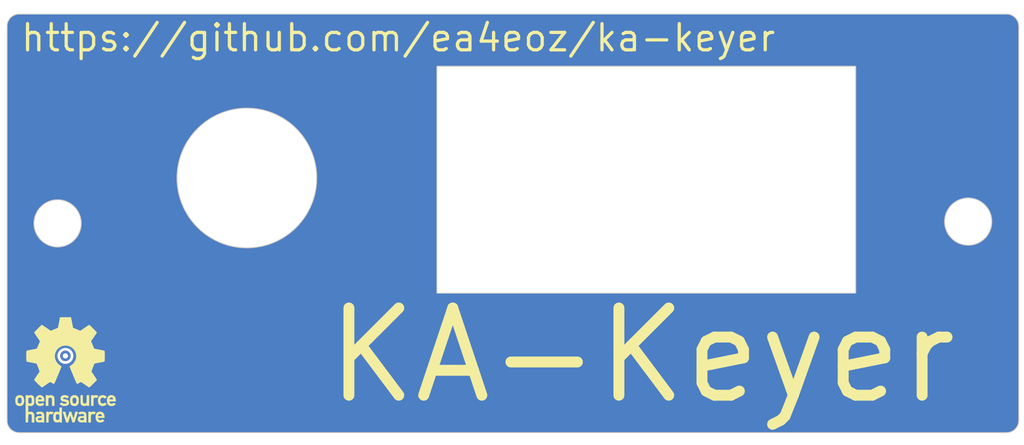
<source format=kicad_pcb>
(kicad_pcb (version 20241229) (generator "pcbnew") (generator_version "9.0")
  (layers (0 "F.Cu" signal) (2 "B.Cu" signal) (13 "F.Paste" user) (15 "B.Paste" user) (5 "F.SilkS" user "F.Silkscreen") (7 "B.SilkS" user "B.Silkscreen") (1 "F.Mask" user) (3 "B.Mask" user) (25 "Edge.Cuts" user))
  (net 0 "")
  (footprint "Symbol:OSHW-Logo_5.7x6mm_SilkScreen" (layer "F.Cu") (at 122.85 113.4)
    (property "Reference" "REF**" (hide yes))
    (property "Value" "OSHW-Logo_5.7x6mm_SilkScreen" (hide yes))
    (fp_poly (pts (xy 1.79946 1.45803) (xy 1.842711 1.471245) (xy 1.870558 1.487941) (xy 1.879629 1.501145) (xy 1.877132 1.516797) (xy 1.860931 1.541385) (xy 1.847232 1.5588) (xy 1.818992 1.590283) (xy 1.797775 1.603529) (xy 1.779688 1.602664) (xy 1.726035 1.58901) (xy 1.68663 1.58963) (xy 1.654632 1.605104) (xy 1.64389 1.614161) (xy 1.609505 1.646027) (xy 1.609505 2.062179) (xy 1.471188 2.062179) (xy 1.471188 1.458614) (xy 1.540347 1.458614) (xy 1.581869 1.460256) (xy 1.603291 1.466087) (xy 1.609502 1.477461) (xy 1.609505 1.477798) (xy 1.612439 1.489713) (xy 1.625704 1.488159) (xy 1.644084 1.479563) (xy 1.682046 1.463568) (xy 1.712872 1.453945) (xy 1.752536 1.451478) (xy 1.79946 1.45803)) (stroke (width 0.01)) (fill yes) (layer "F.SilkS"))
    (fp_poly (pts (xy 1.635255 2.401486) (xy 1.683595 2.411015) (xy 1.711114 2.425125) (xy 1.740064 2.448568) (xy 1.698876 2.500571) (xy 1.673482 2.532064) (xy 1.656238 2.547428) (xy 1.639102 2.549776) (xy 1.614027 2.542217) (xy 1.602257 2.537941) (xy 1.55427 2.531631) (xy 1.510324 2.545156) (xy 1.47806 2.57571) (xy 1.472819 2.585452) (xy 1.467112 2.611258) (xy 1.462706 2.658817) (xy 1.459811 2.724758) (xy 1.458631 2.80571) (xy 1.458614 2.817226) (xy 1.458614 3.017822) (xy 1.320297 3.017822) (xy 1.320297 2.401683) (xy 1.389456 2.401683) (xy 1.429333 2.402725) (xy 1.450107 2.407358) (xy 1.457789 2.417849) (xy 1.458614 2.427745) (xy 1.458614 2.453806) (xy 1.491745 2.427745) (xy 1.529735 2.409965) (xy 1.58077 2.401174) (xy 1.635255 2.401486)) (stroke (width 0.01)) (fill yes) (layer "F.SilkS"))
    (fp_poly (pts (xy -0.993356 2.40302) (xy -0.974539 2.40866) (xy -0.968473 2.421053) (xy -0.968218 2.426647) (xy -0.967129 2.44223) (xy -0.959632 2.444676) (xy -0.939381 2.433993) (xy -0.927351 2.426694) (xy -0.8894 2.411063) (xy -0.844072 2.403334) (xy -0.796544 2.40274) (xy -0.751995 2.408513) (xy -0.715602 2.419884) (xy -0.692543 2.436088) (xy -0.687996 2.456355) (xy -0.690291 2.461843) (xy -0.70702 2.484626) (xy -0.732963 2.512647) (xy -0.737655 2.517177) (xy -0.762383 2.538005) (xy -0.783718 2.544735) (xy -0.813555 2.540038) (xy -0.825508 2.536917) (xy -0.862705 2.529421) (xy -0.888859 2.532792) (xy -0.910946 2.544681) (xy -0.931178 2.560635) (xy -0.946079 2.5807) (xy -0.956434 2.608702) (xy -0.963029 2.648467) (xy -0.966649 2.703823) (xy -0.968078 2.778594) (xy -0.968218 2.82374) (xy -0.968218 3.017822) (xy -1.09396 3.017822) (xy -1.09396 2.401683) (xy -1.031089 2.401683) (xy -0.993356 2.40302)) (stroke (width 0.01)) (fill yes) (layer "F.SilkS"))
    (fp_poly (pts (xy 0.993367 1.654342) (xy 0.994555 1.746563) (xy 0.998897 1.81661) (xy 1.007558 1.867381) (xy 1.021704 1.901772) (xy 1.0425 1.922679) (xy 1.07111 1.933) (xy 1.106535 1.935636) (xy 1.143636 1.932682) (xy 1.171818 1.921889) (xy 1.192243 1.90036) (xy 1.206079 1.865199) (xy 1.214491 1.81351) (xy 1.218643 1.742394) (xy 1.219703 1.654342) (xy 1.219703 1.458614) (xy 1.35802 1.458614) (xy 1.35802 2.062179) (xy 1.288862 2.062179) (xy 1.24717 2.060489) (xy 1.225701 2.054556) (xy 1.219703 2.043293) (xy 1.216091 2.033261) (xy 1.201714 2.035383) (xy 1.172736 2.04958) (xy 1.106319 2.07148) (xy 1.035875 2.069928) (xy 0.968377 2.046147) (xy 0.936233 2.027362) (xy 0.911715 2.007022) (xy 0.893804 1.981573) (xy 0.881479 1.947458) (xy 0.873723 1.901121) (xy 0.869516 1.839007) (xy 0.86784 1.757561) (xy 0.867624 1.694578) (xy 0.867624 1.458614) (xy 0.993367 1.458614) (xy 0.993367 1.654342)) (stroke (width 0.01)) (fill yes) (layer "F.SilkS"))
    (fp_poly (pts (xy -0.754012 1.469002) (xy -0.722717 1.48395) (xy -0.692409 1.505541) (xy -0.669318 1.530391) (xy -0.6525 1.562087) (xy -0.641006 1.604214) (xy -0.633891 1.660358) (xy -0.630207 1.734106) (xy -0.629008 1.829044) (xy -0.628989 1.838985) (xy -0.628713 2.062179) (xy -0.76703 2.062179) (xy -0.76703 1.856418) (xy -0.767128 1.780189) (xy -0.767809 1.724939) (xy -0.769651 1.686501) (xy -0.773233 1.660706) (xy -0.779132 1.643384) (xy -0.787927 1.630368) (xy -0.80018 1.617507) (xy -0.843047 1.589873) (xy -0.889843 1.584745) (xy -0.934424 1.602217) (xy -0.949928 1.615221) (xy -0.96131 1.627447) (xy -0.969481 1.64054) (xy -0.974974 1.658615) (xy -0.97832 1.685787) (xy -0.980051 1.72617) (xy -0.980697 1.783879) (xy -0.980792 1.854132) (xy -0.980792 2.062179) (xy -1.119109 2.062179) (xy -1.119109 1.458614) (xy -1.04995 1.458614) (xy -1.008428 1.460256) (xy -0.987006 1.466087) (xy -0.980795 1.477461) (xy -0.980792 1.477798) (xy -0.97791 1.488938) (xy -0.965199 1.487674) (xy -0.939926 1.475434) (xy -0.882605 1.457424) (xy -0.817037 1.455421) (xy -0.754012 1.469002)) (stroke (width 0.01)) (fill yes) (layer "F.SilkS"))
    (fp_poly (pts (xy 2.217226 1.46388) (xy 2.29008 1.49483) (xy 2.313027 1.509895) (xy 2.342354 1.533048) (xy 2.360764 1.551253) (xy 2.363961 1.557183) (xy 2.354935 1.57034) (xy 2.331837 1.592667) (xy 2.313344 1.60825) (xy 2.262728 1.648926) (xy 2.22276 1.615295) (xy 2.191874 1.593584) (xy 2.161759 1.58609) (xy 2.127292 1.58792) (xy 2.072561 1.601528) (xy 2.034886 1.629772) (xy 2.011991 1.675433) (xy 2.001597 1.741289) (xy 2.001595 1.741331) (xy 2.002494 1.814939) (xy 2.016463 1.868946) (xy 2.044328 1.905716) (xy 2.063325 1.918168) (xy 2.113776 1.933673) (xy 2.167663 1.933683) (xy 2.214546 1.918638) (xy 2.225644 1.911287) (xy 2.253476 1.892511) (xy 2.275236 1.889434) (xy 2.298704 1.903409) (xy 2.324649 1.92851) (xy 2.365716 1.97088) (xy 2.320121 2.008464) (xy 2.249674 2.050882) (xy 2.170233 2.071785) (xy 2.087215 2.070272) (xy 2.032694 2.056411) (xy 1.96897 2.022135) (xy 1.918005 1.968212) (xy 1.894851 1.930149) (xy 1.876099 1.875536) (xy 1.866715 1.806369) (xy 1.866643 1.731407) (xy 1.875824 1.659409) (xy 1.894199 1.599137) (xy 1.897093 1.592958) (xy 1.939952 1.532351) (xy 1.997979 1.488224) (xy 2.066591 1.461493) (xy 2.141201 1.453073) (xy 2.217226 1.46388)) (stroke (width 0.01)) (fill yes) (layer "F.SilkS"))
    (fp_poly (pts (xy 0.610762 1.466055) (xy 0.674363 1.500692) (xy 0.724123 1.555372) (xy 0.747568 1.599842) (xy 0.757634 1.639121) (xy 0.764156 1.695116) (xy 0.766951 1.759621) (xy 0.765836 1.824429) (xy 0.760626 1.881334) (xy 0.754541 1.911727) (xy 0.734014 1.953306) (xy 0.698463 1.997468) (xy 0.655619 2.036087) (xy 0.613211 2.061034) (xy 0.612177 2.06143) (xy 0.559553 2.072331) (xy 0.497188 2.072601) (xy 0.437924 2.062676) (xy 0.41504 2.054722) (xy 0.356102 2.0213) (xy 0.31389 1.977511) (xy 0.286156 1.919538) (xy 0.270651 1.843565) (xy 0.267143 1.803771) (xy 0.26759 1.753766) (xy 0.402376 1.753766) (xy 0.406917 1.826732) (xy 0.419986 1.882334) (xy 0.440756 1.917861) (xy 0.455552 1.92802) (xy 0.493464 1.935104) (xy 0.538527 1.933007) (xy 0.577487 1.922812) (xy 0.587704 1.917204) (xy 0.614659 1.884538) (xy 0.632451 1.834545) (xy 0.640024 1.773705) (xy 0.636325 1.708497) (xy 0.628057 1.669253) (xy 0.60432 1.623805) (xy 0.566849 1.595396) (xy 0.52172 1.585573) (xy 0.475011 1.595887) (xy 0.439132 1.621112) (xy 0.420277 1.641925) (xy 0.409272 1.662439) (xy 0.404026 1.690203) (xy 0.402449 1.732762) (xy 0.402376 1.753766) (xy 0.26759 1.753766) (xy 0.268094 1.69758) (xy 0.285388 1.610501) (xy 0.319029 1.54253) (xy 0.369018 1.493664) (xy 0.435356 1.463899) (xy 0.449601 1.460448) (xy 0.53521 1.452345) (xy 0.610762 1.466055)) (stroke (width 0.01)) (fill yes) (layer "F.SilkS"))
    (fp_poly (pts (xy 0.281524 2.404237) (xy 0.331255 2.407971) (xy 0.461291 2.797773) (xy 0.481678 2.728614) (xy 0.493946 2.685874) (xy 0.510085 2.628115) (xy 0.527512 2.564625) (xy 0.536726 2.53057) (xy 0.571388 2.401683) (xy 0.714391 2.401683) (xy 0.671646 2.536857) (xy 0.650596 2.603342) (xy 0.625167 2.683539) (xy 0.59861 2.767193) (xy 0.574902 2.841782) (xy 0.520902 3.011535) (xy 0.462598 3.015328) (xy 0.404295 3.019122) (xy 0.372679 2.914734) (xy 0.353182 2.849889) (xy 0.331904 2.7784) (xy 0.313308 2.715263) (xy 0.312574 2.71275) (xy 0.298684 2.669969) (xy 0.286429 2.640779) (xy 0.277846 2.629741) (xy 0.276082 2.631018) (xy 0.269891 2.64813) (xy 0.258128 2.684787) (xy 0.242225 2.736378) (xy 0.223614 2.798294) (xy 0.213543 2.832352) (xy 0.159007 3.017822) (xy 0.043264 3.017822) (xy -0.049263 2.725471) (xy -0.075256 2.643462) (xy -0.098934 2.568987) (xy -0.11918 2.505544) (xy -0.134874 2.456632) (xy -0.144898 2.425749) (xy -0.147945 2.416726) (xy -0.145533 2.407487) (xy -0.126592 2.403441) (xy -0.087177 2.403846) (xy -0.081007 2.404152) (xy -0.007914 2.407971) (xy 0.039957 2.58401) (xy 0.057553 2.648211) (xy 0.073277 2.704649) (xy 0.085746 2.748422) (xy 0.093574 2.77463) (xy 0.09502 2.778903) (xy 0.101014 2.77399) (xy 0.113101 2.748532) (xy 0.129893 2.705997) (xy 0.150003 2.64985) (xy 0.167003 2.59913) (xy 0.231794 2.400504) (xy 0.281524 2.404237)) (stroke (width 0.01)) (fill yes) (layer "F.SilkS"))
    (fp_poly (pts (xy -2.538261 1.465148) (xy -2.472479 1.494231) (xy -2.42254 1.542793) (xy -2.388374 1.610908) (xy -2.369907 1.698651) (xy -2.368583 1.712351) (xy -2.367546 1.808939) (xy -2.380993 1.893602) (xy -2.408108 1.962221) (xy -2.422627 1.984294) (xy -2.473201 2.031011) (xy -2.537609 2.061268) (xy -2.609666 2.073824) (xy -2.683185 2.067439) (xy -2.739072 2.047772) (xy -2.787132 2.014629) (xy -2.826412 1.971175) (xy -2.827092 1.970158) (xy -2.843044 1.943338) (xy -2.85341 1.916368) (xy -2.859688 1.882332) (xy -2.863373 1.83431) (xy -2.864997 1.794931) (xy -2.865672 1.759219) (xy -2.739955 1.759219) (xy -2.738726 1.79477) (xy -2.734266 1.842094) (xy -2.726397 1.872465) (xy -2.712207 1.894072) (xy -2.698917 1.906694) (xy -2.651802 1.933122) (xy -2.602505 1.936653) (xy -2.556593 1.917639) (xy -2.533638 1.896331) (xy -2.517096 1.874859) (xy -2.507421 1.854313) (xy -2.503174 1.827574) (xy -2.50292 1.787523) (xy -2.504228 1.750638) (xy -2.507043 1.697947) (xy -2.511505 1.663772) (xy -2.519548 1.64148) (xy -2.533103 1.624442) (xy -2.543845 1.614703) (xy -2.588777 1.589123) (xy -2.637249 1.587847) (xy -2.677894 1.602999) (xy -2.712567 1.634642) (xy -2.733224 1.68662) (xy -2.739955 1.759219) (xy -2.865672 1.759219) (xy -2.866479 1.716621) (xy -2.863948 1.658056) (xy -2.856362 1.614007) (xy -2.842681 1.579248) (xy -2.821865 1.548551) (xy -2.814147 1.539436) (xy -2.765889 1.494021) (xy -2.714128 1.467493) (xy -2.650828 1.456379) (xy -2.619961 1.455471) (xy -2.538261 1.465148)) (stroke (width 0.01)) (fill yes) (layer "F.SilkS"))
    (fp_poly (pts (xy -0.201188 3.017822) (xy -0.270346 3.017822) (xy -0.310488 3.016645) (xy -0.331394 3.011772) (xy -0.338922 3.001186) (xy -0.339505 2.994029) (xy -0.340774 2.979676) (xy -0.348779 2.976923) (xy -0.369815 2.985771) (xy -0.386173 2.994029) (xy -0.448977 3.013597) (xy -0.517248 3.014729) (xy -0.572752 3.000135) (xy -0.624438 2.964877) (xy -0.663838 2.912835) (xy -0.685413 2.85145) (xy -0.685962 2.848018) (xy -0.689167 2.810571) (xy -0.690761 2.756813) (xy -0.690633 2.716155) (xy -0.553279 2.716155) (xy -0.550097 2.770194) (xy -0.542859 2.814735) (xy -0.53306 2.839888) (xy -0.495989 2.87426) (xy -0.451974 2.886582) (xy -0.406584 2.876618) (xy -0.367797 2.846895) (xy -0.353108 2.826905) (xy -0.344519 2.80305) (xy -0.340496 2.76823) (xy -0.339505 2.71593) (xy -0.341278 2.664139) (xy -0.345963 2.618634) (xy -0.352603 2.588181) (xy -0.35371 2.585452) (xy -0.380491 2.553) (xy -0.419579 2.535183) (xy -0.463315 2.532306) (xy -0.504038 2.544674) (xy -0.534087 2.572593) (xy -0.537204 2.578148) (xy -0.546961 2.612022) (xy -0.552277 2.660728) (xy -0.553279 2.716155) (xy -0.690633 2.716155) (xy -0.690568 2.69554) (xy -0.689664 2.662563) (xy -0.683514 2.580981) (xy -0.670733 2.51973) (xy -0.649471 2.474449) (xy -0.617878 2.440779) (xy -0.587207 2.421014) (xy -0.544354 2.40712) (xy -0.491056 2.402354) (xy -0.43648 2.406236) (xy -0.389792 2.418282) (xy -0.365124 2.432693) (xy -0.339505 2.455878) (xy -0.339505 2.162773) (xy -0.201188 2.162773) (xy -0.201188 3.017822)) (stroke (width 0.01)) (fill yes) (layer "F.SilkS"))
    (fp_poly (pts (xy 2.677898 1.456457) (xy 2.710096 1.464279) (xy 2.771825 1.492921) (xy 2.82461 1.536667) (xy 2.861141 1.589117) (xy 2.86616 1.600893) (xy 2.873045 1.63174) (xy 2.877864 1.677371) (xy 2.879505 1.723492) (xy 2.879505 1.810693) (xy 2.697178 1.810693) (xy 2.621979 1.810978) (xy 2.569003 1.812704) (xy 2.535325 1.817181) (xy 2.51802 1.82572) (xy 2.514163 1.83963) (xy 2.520829 1.860222) (xy 2.53277 1.884315) (xy 2.56608 1.924525) (xy 2.612368 1.944558) (xy 2.668944 1.943905) (xy 2.733031 1.922101) (xy 2.788417 1.895193) (xy 2.834375 1.931532) (xy 2.880333 1.967872) (xy 2.837096 2.007819) (xy 2.779374 2.045563) (xy 2.708386 2.06832) (xy 2.632029 2.074688) (xy 2.558199 2.063268) (xy 2.546287 2.059393) (xy 2.481399 2.025506) (xy 2.43313 1.974986) (xy 2.400465 1.906325) (xy 2.382385 1.818014) (xy 2.382175 1.816121) (xy 2.380556 1.719878) (xy 2.3871 1.685542) (xy 2.514852 1.685542) (xy 2.526584 1.690822) (xy 2.558438 1.694867) (xy 2.605397 1.697176) (xy 2.635154 1.697525) (xy 2.690648 1.697306) (xy 2.725346 1.695916) (xy 2.743601 1.692251) (xy 2.749766 1.68521) (xy 2.748195 1.67369) (xy 2.746878 1.669233) (xy 2.724382 1.627355) (xy 2.689003 1.593604) (xy 2.65778 1.578773) (xy 2.616301 1.579668) (xy 2.574269 1.598164) (xy 2.539012 1.628786) (xy 2.517854 1.666062) (xy 2.514852 1.685542) (xy 2.3871 1.685542) (xy 2.39669 1.635229) (xy 2.428698 1.564191) (xy 2.474701 1.508779) (xy 2.532821 1.471009) (xy 2.60118 1.452896) (xy 2.677898 1.456457)) (stroke (width 0.01)) (fill yes) (layer "F.SilkS"))
    (fp_poly (pts (xy 0.014017 1.456452) (xy 0.061634 1.465482) (xy 0.111034 1.48437) (xy 0.116312 1.486777) (xy 0.153774 1.506476) (xy 0.179717 1.524781) (xy 0.188103 1.536508) (xy 0.180117 1.555632) (xy 0.16072 1.58385) (xy 0.15211 1.594384) (xy 0.116628 1.635847) (xy 0.070885 1.608858) (xy 0.02735 1.590878) (xy -0.02295 1.581267) (xy -0.071188 1.58066) (xy -0.108533 1.589691) (xy -0.117495 1.595327) (xy -0.134563 1.621171) (xy -0.136637 1.650941) (xy -0.123866 1.674197) (xy -0.116312 1.678708) (xy -0.093675 1.684309) (xy -0.053885 1.690892) (xy -0.004834 1.697183) (xy 0.004215 1.69817) (xy 0.082996 1.711798) (xy 0.140136 1.734946) (xy 0.17803 1.769752) (xy 0.199079 1.818354) (xy 0.205635 1.877718) (xy 0.196577 1.945198) (xy 0.167164 1.998188) (xy 0.117278 2.036783) (xy 0.0468 2.061081) (xy -0.031435 2.070667) (xy -0.095234 2.070552) (xy -0.146984 2.061845) (xy -0.182327 2.049825) (xy -0.226983 2.02888) (xy -0.268253 2.004574) (xy -0.282921 1.993876) (xy -0.320643 1.963084) (xy -0.275148 1.917049) (xy -0.229653 1.871013) (xy -0.177928 1.905243) (xy -0.126048 1.930952) (xy -0.070649 1.944399) (xy -0.017395 1.945818) (xy 0.028049 1.935443) (xy 0.060016 1.913507) (xy 0.070338 1.894998) (xy 0.068789 1.865314) (xy 0.04314 1.842615) (xy -0.00654 1.82694) (xy -0.060969 1.819695) (xy -0.144736 1.805873) (xy -0.206967 1.779796) (xy -0.248493 1.740699) (xy -0.270147 1.68782) (xy -0.273147 1.625126) (xy -0.258329 1.559642) (xy -0.224546 1.510144) (xy -0.171495 1.476408) (xy -0.098874 1.458207) (xy -0.045072 1.454639) (xy 0.014017 1.456452)) (stroke (width 0.01)) (fill yes) (layer "F.SilkS"))
    (fp_poly (pts (xy 2.032581 2.40497) (xy 2.092685 2.420597) (xy 2.143021 2.452848) (xy 2.167393 2.47694) (xy 2.207345 2.533895) (xy 2.230242 2.599965) (xy 2.238108 2.681182) (xy 2.238148 2.687748) (xy 2.238218 2.753763) (xy 1.858264 2.753763) (xy 1.866363 2.788342) (xy 1.880987 2.819659) (xy 1.906581 2.852291) (xy 1.911935 2.8575) (xy 1.957943 2.885694) (xy 2.01041 2.890475) (xy 2.070803 2.871926) (xy 2.08104 2.866931) (xy 2.112439 2.851745) (xy 2.13347 2.843094) (xy 2.137139 2.842293) (xy 2.149948 2.850063) (xy 2.174378 2.869072) (xy 2.186779 2.87946) (xy 2.212476 2.903321) (xy 2.220915 2.919077) (xy 2.215058 2.933571) (xy 2.211928 2.937534) (xy 2.190725 2.954879) (xy 2.155738 2.975959) (xy 2.131337 2.988265) (xy 2.062072 3.009946) (xy 1.985388 3.016971) (xy 1.912765 3.008647) (xy 1.892426 3.002686) (xy 1.829476 2.968952) (xy 1.782815 2.917045) (xy 1.752173 2.846459) (xy 1.737282 2.756692) (xy 1.735647 2.709753) (xy 1.740421 2.641413) (xy 1.86099 2.641413) (xy 1.872652 2.646465) (xy 1.903998 2.650429) (xy 1.949571 2.652768) (xy 1.980446 2.653169) (xy 2.035981 2.652783) (xy 2.071033 2.650975) (xy 2.090262 2.646773) (xy 2.09833 2.639203) (xy 2.099901 2.628218) (xy 2.089121 2.594381) (xy 2.06198 2.56094) (xy 2.026277 2.535272) (xy 1.99056 2.524772) (xy 1.942048 2.534086) (xy 1.900053 2.561013) (xy 1.870936 2.599827) (xy 1.86099 2.641413) (xy 1.740421 2.641413) (xy 1.742599 2.610236) (xy 1.764055 2.530949) (xy 1.80047 2.471263) (xy 1.852297 2.430549) (xy 1.91999 2.408179) (xy 1.956662 2.403871) (xy 2.032581 2.40497)) (stroke (width 0.01)) (fill yes) (layer "F.SilkS"))
    (fp_poly (pts (xy -1.356699 1.472614) (xy -1.344168 1.478514) (xy -1.300799 1.510283) (xy -1.25979 1.556646) (xy -1.229168 1.607696) (xy -1.220459 1.631166) (xy -1.212512 1.673091) (xy -1.207774 1.723757) (xy -1.207199 1.744679) (xy -1.207129 1.810693) (xy -1.587083 1.810693) (xy -1.578983 1.845273) (xy -1.559104 1.88617) (xy -1.524347 1.921514) (xy -1.482998 1.944282) (xy -1.456649 1.94901) (xy -1.420916 1.943273) (xy -1.378282 1.928882) (xy -1.363799 1.922262) (xy -1.31024 1.895513) (xy -1.264533 1.930376) (xy -1.238158 1.953955) (xy -1.224124 1.973417) (xy -1.223414 1.979129) (xy -1.235951 1.992973) (xy -1.263428 2.014012) (xy -1.288366 2.030425) (xy -1.355664 2.05993) (xy -1.43111 2.073284) (xy -1.505888 2.069812) (xy -1.565495 2.051663) (xy -1.626941 2.012784) (xy -1.670608 1.961595) (xy -1.697926 1.895367) (xy -1.710322 1.811371) (xy -1.711421 1.772936) (xy -1.707022 1.684861) (xy -1.706482 1.682299) (xy -1.580582 1.682299) (xy -1.577115 1.690558) (xy -1.562863 1.695113) (xy -1.53347 1.697065) (xy -1.484575 1.697517) (xy -1.465748 1.697525) (xy -1.408467 1.696843) (xy -1.372141 1.694364) (xy -1.352604 1.689443) (xy -1.34569 1.681434) (xy -1.345445 1.678862) (xy -1.353336 1.658423) (xy -1.373085 1.629789) (xy -1.381575 1.619763) (xy -1.413094 1.591408) (xy -1.445949 1.580259) (xy -1.463651 1.579327) (xy -1.511539 1.590981) (xy -1.551699 1.622285) (xy -1.577173 1.667752) (xy -1.577625 1.669233) (xy -1.580582 1.682299) (xy -1.706482 1.682299) (xy -1.692392 1.61551) (xy -1.666038 1.560025) (xy -1.633807 1.520639) (xy -1.574217 1.477931) (xy -1.504168 1.455109) (xy -1.429661 1.453046) (xy -1.356699 1.472614)) (stroke (width 0.01)) (fill yes) (layer "F.SilkS"))
    (fp_poly (pts (xy 1.038411 2.405417) (xy 1.091411 2.41829) (xy 1.106731 2.42511) (xy 1.136428 2.442974) (xy 1.15922 2.463093) (xy 1.176083 2.488962) (xy 1.187998 2.524073) (xy 1.195942 2.57192) (xy 1.200894 2.635996) (xy 1.203831 2.719794) (xy 1.204947 2.775768) (xy 1.209052 3.017822) (xy 1.138932 3.017822) (xy 1.096393 3.016038) (xy 1.074476 3.009942) (xy 1.068812 2.999706) (xy 1.065821 2.988637) (xy 1.052451 2.990754) (xy 1.034233 2.999629) (xy 0.988624 3.013233) (xy 0.930007 3.016899) (xy 0.868354 3.010903) (xy 0.813638 2.995521) (xy 0.80873 2.993386) (xy 0.758723 2.958255) (xy 0.725756 2.909419) (xy 0.710587 2.852333) (xy 0.711746 2.831824) (xy 0.835508 2.831824) (xy 0.846413 2.859425) (xy 0.878745 2.879204) (xy 0.93091 2.889819) (xy 0.958787 2.891228) (xy 1.005247 2.88762) (xy 1.036129 2.873597) (xy 1.043664 2.866931) (xy 1.064076 2.830666) (xy 1.068812 2.797773) (xy 1.068812 2.753763) (xy 1.007513 2.753763) (xy 0.936256 2.757395) (xy 0.886276 2.768818) (xy 0.854696 2.788824) (xy 0.847626 2.797743) (xy 0.835508 2.831824) (xy 0.711746 2.831824) (xy 0.713971 2.792456) (xy 0.736663 2.735244) (xy 0.767624 2.69658) (xy 0.786376 2.679864) (xy 0.804733 2.668878) (xy 0.828619 2.66218) (xy 0.863957 2.658326) (xy 0.916669 2.655873) (xy 0.937577 2.655168) (xy 1.068812 2.650879) (xy 1.06862 2.611158) (xy 1.063537 2.569405) (xy 1.045162 2.544158) (xy 1.008039 2.52803) (xy 1.007043 2.527742) (xy 0.95441 2.5214) (xy 0.902906 2.529684) (xy 0.86463 2.549827) (xy 0.849272 2.559773) (xy 0.83273 2.558397) (xy 0.807275 2.543987) (xy 0.792328 2.533817) (xy 0.763091 2.512088) (xy 0.74498 2.4958) (xy 0.742074 2.491137) (xy 0.75404 2.467005) (xy 0.789396 2.438185) (xy 0.804753 2.428461) (xy 0.848901 2.411714) (xy 0.908398 2.402227) (xy 0.974487 2.400095) (xy 1.038411 2.405417)) (stroke (width 0.01)) (fill yes) (layer "F.SilkS"))
    (fp_poly (pts (xy -1.38421 2.406555) (xy -1.325055 2.422339) (xy -1.280023 2.450948) (xy -1.248246 2.488419) (xy -1.238366 2.504411) (xy -1.231073 2.521163) (xy -1.225974 2.542592) (xy -1.222679 2.572616) (xy -1.220797 2.615154) (xy -1.219937 2.674122) (xy -1.219707 2.75344) (xy -1.219703 2.774484) (xy -1.219703 3.017822) (xy -1.280059 3.017822) (xy -1.318557 3.015126) (xy -1.347023 3.008295) (xy -1.354155 3.004083) (xy -1.373652 2.996813) (xy -1.393566 3.004083) (xy -1.426353 3.01316) (xy -1.473978 3.016813) (xy -1.526764 3.015228) (xy -1.575036 3.008589) (xy -1.603218 3.000072) (xy -1.657753 2.965063) (xy -1.691835 2.916479) (xy -1.707157 2.851882) (xy -1.707299 2.850223) (xy -1.705955 2.821566) (xy -1.584356 2.821566) (xy -1.573726 2.854161) (xy -1.55641 2.872505) (xy -1.521652 2.886379) (xy -1.475773 2.891917) (xy -1.428988 2.889191) (xy -1.391514 2.878274) (xy -1.381015 2.871269) (xy -1.362668 2.838904) (xy -1.35802 2.802111) (xy -1.35802 2.753763) (xy -1.427582 2.753763) (xy -1.493667 2.75885) (xy -1.543764 2.773263) (xy -1.574929 2.795729) (xy -1.584356 2.821566) (xy -1.705955 2.821566) (xy -1.703987 2.779647) (xy -1.68071 2.723845) (xy -1.636948 2.681647) (xy -1.630899 2.677808) (xy -1.604907 2.665309) (xy -1.572735 2.65774) (xy -1.52776 2.654061) (xy -1.474331 2.653216) (xy -1.35802 2.653169) (xy -1.35802 2.604411) (xy -1.362953 2.566581) (xy -1.375543 2.541236) (xy -1.377017 2.539887) (xy -1.405034 2.5288) (xy -1.447326 2.524503) (xy -1.494064 2.526615) (xy -1.535418 2.534756) (xy -1.559957 2.546965) (xy -1.573253 2.556746) (xy -1.587294 2.558613) (xy -1.606671 2.5506) (xy -1.635976 2.530739) (xy -1.679803 2.497063) (xy -1.683825 2.493909) (xy -1.681764 2.482236) (xy -1.664568 2.462822) (xy -1.638433 2.441248) (xy -1.609552 2.423096) (xy -1.600478 2.418809) (xy -1.56738 2.410256) (xy -1.51888 2.404155) (xy -1.464695 2.401708) (xy -1.462161 2.401703) (xy -1.38421 2.406555)) (stroke (width 0.01)) (fill yes) (layer "F.SilkS"))
    (fp_poly (pts (xy -1.908759 1.469184) (xy -1.882247 1.482282) (xy -1.849553 1.505106) (xy -1.825725 1.529996) (xy -1.809406 1.561249) (xy -1.79924 1.603166) (xy -1.793872 1.660044) (xy -1.791944 1.736184) (xy -1.791831 1.768917) (xy -1.792161 1.840656) (xy -1.793527 1.891927) (xy -1.7965 1.927404) (xy -1.801649 1.951763) (xy -1.809543 1.96968) (xy -1.817757 1.981902) (xy -1.870187 2.033905) (xy -1.93193 2.065184) (xy -1.998536 2.074592) (xy -2.065558 2.06098) (xy -2.086792 2.051354) (xy -2.137624 2.024859) (xy -2.137624 2.440052) (xy -2.100525 2.420868) (xy -2.051643 2.406025) (xy -1.991561 2.402222) (xy -1.931564 2.409243) (xy -1.886256 2.425013) (xy -1.848675 2.455047) (xy -1.816564 2.498024) (xy -1.81415 2.502436) (xy -1.803967 2.523221) (xy -1.79653 2.54417) (xy -1.791411 2.569548) (xy -1.788181 2.603618) (xy -1.786413 2.650641) (xy -1.785677 2.714882) (xy -1.785544 2.787176) (xy -1.785544 3.017822) (xy -1.923861 3.017822) (xy -1.923861 2.592533) (xy -1.962549 2.559979) (xy -2.002738 2.53394) (xy -2.040797 2.529205) (xy -2.079066 2.541389) (xy -2.099462 2.55332) (xy -2.114642 2.570313) (xy -2.125438 2.595995) (xy -2.132683 2.633991) (xy -2.137208 2.687926) (xy -2.139844 2.761425) (xy -2.140772 2.810347) (xy -2.143911 3.011535) (xy -2.209926 3.015336) (xy -2.27594 3.019136) (xy -2.27594 1.77065) (xy -2.137624 1.77065) (xy -2.134097 1.840254) (xy -2.122215 1.888569) (xy -2.10002 1.918631) (xy -2.065559 1.933471) (xy -2.030742 1.936436) (xy -1.991329 1.933028) (xy -1.965171 1.919617) (xy -1.948814 1.901896) (xy -1.935937 1.882835) (xy -1.928272 1.861601) (xy -1.924861 1.831849) (xy -1.924749 1.787236) (xy -1.925897 1.74988) (xy -1.928532 1.693604) (xy -1.932456 1.656658) (xy -1.939063 1.633223) (xy -1.949749 1.61748) (xy -1.959833 1.60838) (xy -2.00197 1.588537) (xy -2.05184 1.585332) (xy -2.080476 1.592168) (xy -2.108828 1.616464) (xy -2.127609 1.663728) (xy -2.136712 1.733624) (xy -2.137624 1.77065) (xy -2.27594 1.77065) (xy -2.27594 1.458614) (xy -2.206782 1.458614) (xy -2.16526 1.460256) (xy -2.143838 1.466087) (xy -2.137626 1.477461) (xy -2.137624 1.477798) (xy -2.134742 1.488938) (xy -2.12203 1.487673) (xy -2.096757 1.475433) (xy -2.037869 1.456707) (xy -1.971615 1.454739) (xy -1.908759 1.469184)) (stroke (width 0.01)) (fill yes) (layer "F.SilkS"))
    (fp_poly (pts (xy 0.376964 -2.709982) (xy 0.433812 -2.40843) (xy 0.853338 -2.235488) (xy 1.104984 -2.406605) (xy 1.175458 -2.45425) (xy 1.239163 -2.49679) (xy 1.293126 -2.532285) (xy 1.334373 -2.55879) (xy 1.359934 -2.574364) (xy 1.366895 -2.577722) (xy 1.379435 -2.569086) (xy 1.406231 -2.545208) (xy 1.44428 -2.509141) (xy 1.490579 -2.463933) (xy 1.542123 -2.412636) (xy 1.595909 -2.358299) (xy 1.648935 -2.303972) (xy 1.698195 -2.252705) (xy 1.740687 -2.207549) (xy 1.773407 -2.171554) (xy 1.793351 -2.14777) (xy 1.798119 -2.13981) (xy 1.791257 -2.125135) (xy 1.77202 -2.092986) (xy 1.74243 -2.046508) (xy 1.70451 -1.988844) (xy 1.660282 -1.92314) (xy 1.634654 -1.885664) (xy 1.587941 -1.817232) (xy 1.546432 -1.75548) (xy 1.51214 -1.703481) (xy 1.48708 -1.664308) (xy 1.473264 -1.641035) (xy 1.471188 -1.636145) (xy 1.475895 -1.622245) (xy 1.488723 -1.58985) (xy 1.507738 -1.543515) (xy 1.531003 -1.487794) (xy 1.556584 -1.427242) (xy 1.582545 -1.366414) (xy 1.60695 -1.309864) (xy 1.627863 -1.262148) (xy 1.643349 -1.227819) (xy 1.651472 -1.211432) (xy 1.651952 -1.210788) (xy 1.664707 -1.207659) (xy 1.698677 -1.200679) (xy 1.75034 -1.190533) (xy 1.816176 -1.177908) (xy 1.892664 -1.163491) (xy 1.93729 -1.155177) (xy 2.019021 -1.139616) (xy 2.092843 -1.124808) (xy 2.155021 -1.111564) (xy 2.201822 -1.100695) (xy 2.229509 -1.093011) (xy 2.235074 -1.090573) (xy 2.240526 -1.07407) (xy 2.244924 -1.0368) (xy 2.248272 -0.98312) (xy 2.250574 -0.917388) (xy 2.251832 -0.843963) (xy 2.252048 -0.767204) (xy 2.251227 -0.691468) (xy 2.249371 -0.621114) (xy 2.246482 -0.5605) (xy 2.242565 -0.513984) (xy 2.237622 -0.485925) (xy 2.234657 -0.480084) (xy 2.216934 -0.473083) (xy 2.179381 -0.463073) (xy 2.126964 -0.451231) (xy 2.064652 -0.438733) (xy 2.0429 -0.43469) (xy 1.938024 -0.41548) (xy 1.85518 -0.400009) (xy 1.79163 -0.387663) (xy 1.744637 -0.377827) (xy 1.711463 -0.369886) (xy 1.689371 -0.363224) (xy 1.675624 -0.357227) (xy 1.667484 -0.351281) (xy 1.666345 -0.350106) (xy 1.654977 -0.331174) (xy 1.637635 -0.294331) (xy 1.61605 -0.244087) (xy 1.591954 -0.184954) (xy 1.567079 -0.121444) (xy 1.543157 -0.058068) (xy 1.521919 0.000662) (xy 1.505097 0.050235) (xy 1.494422 0.086139) (xy 1.491627 0.103862) (xy 1.49186 0.104483) (xy 1.501331 0.11897) (xy 1.522818 0.150844) (xy 1.554063 0.196789) (xy 1.592807 0.253485) (xy 1.636793 0.317617) (xy 1.649319 0.335842) (xy 1.693984 0.401914) (xy 1.733288 0.4622) (xy 1.765088 0.513235) (xy 1.787245 0.55156) (xy 1.797617 0.573711) (xy 1.798119 0.576432) (xy 1.789405 0.590736) (xy 1.765325 0.619072) (xy 1.728976 0.658396) (xy 1.683453 0.705661) (xy 1.631852 0.757823) (xy 1.577267 0.811835) (xy 1.522794 0.864653) (xy 1.471529 0.913231) (xy 1.426567 0.954523) (xy 1.391004 0.985485) (xy 1.367935 1.00307) (xy 1.361554 1.005941) (xy 1.346699 0.999178) (xy 1.316286 0.980939) (xy 1.275268 0.954297) (xy 1.243709 0.932852) (xy 1.186525 0.893503) (xy 1.118806 0.847171) (xy 1.05088 0.800913) (xy 1.014361 0.776155) (xy 0.890752 0.692547) (xy 0.786991 0.74865) (xy 0.73972 0.773228) (xy 0.699523 0.792331) (xy 0.672326 0.803227) (xy 0.665402 0.804743) (xy 0.657077 0.793549) (xy 0.640654 0.761917) (xy 0.617357 0.712765) (xy 0.588414 0.64901) (xy 0.55505 0.573571) (xy 0.518491 0.489364) (xy 0.479964 0.399308) (xy 0.440694 0.306321) (xy 0.401908 0.21332) (xy 0.36483 0.123223) (xy 0.330689 0.038948) (xy 0.300708 -0.036587) (xy 0.276116 -0.100466) (xy 0.258136 -0.149769) (xy 0.247997 -0.181579) (xy 0.246366 -0.192504) (xy 0.259291 -0.206439) (xy 0.287589 -0.22906) (xy 0.325346 -0.255667) (xy 0.328515 -0.257772) (xy 0.4261 -0.335886) (xy 0.504786 -0.427018) (xy 0.563891 -0.528255) (xy 0.602732 -0.636682) (xy 0.620628 -0.749386) (xy 0.616897 -0.863452) (xy 0.590857 -0.975966) (xy 0.541825 -1.084015) (xy 0.5274 -1.107655) (xy 0.452369 -1.203113) (xy 0.36373 -1.279768) (xy 0.264549 -1.33722) (xy 0.157895 -1.375071) (xy 0.046836 -1.392922) (xy -0.065561 -1.390375) (xy -0.176227 -1.36703) (xy -0.282094 -1.32249) (xy -0.380095 -1.256355) (xy -0.41041 -1.229513) (xy -0.487562 -1.145488) (xy -0.543782 -1.057034) (xy -0.582347 -0.957885) (xy -0.603826 -0.859697) (xy -0.609128 -0.749303) (xy -0.591448 -0.63836) (xy -0.552581 -0.530619) (xy -0.494323 -0.429831) (xy -0.418469 -0.339744) (xy -0.326817 -0.264108) (xy -0.314772 -0.256136) (xy -0.276611 -0.230026) (xy -0.247601 -0.207405) (xy -0.233732 -0.192961) (xy -0.233531 -0.192504) (xy -0.236508 -0.176879) (xy -0.248311 -0.141418) (xy -0.267714 -0.089038) (xy -0.293488 -0.022655) (xy -0.324409 0.054814) (xy -0.359249 0.14045) (xy -0.396783 0.231337) (xy -0.435783 0.324559) (xy -0.475023 0.417197) (xy -0.513276 0.506335) (xy -0.549317 0.589055) (xy -0.581917 0.662441) (xy -0.609852 0.723575) (xy -0.631895 0.769541) (xy -0.646818 0.797421) (xy -0.652828 0.804743) (xy -0.671191 0.799041) (xy -0.705552 0.783749) (xy -0.749984 0.761599) (xy -0.774417 0.74865) (xy -0.878178 0.692547) (xy -1.001787 0.776155) (xy -1.064886 0.818987) (xy -1.13397 0.866122) (xy -1.198707 0.910503) (xy -1.231134 0.932852) (xy -1.276741 0.963477) (xy -1.31536 0.987747) (xy -1.341952 1.002587) (xy -1.35059 1.005724) (xy -1.363161 0.997261) (xy -1.390984 0.973636) (xy -1.431361 0.937302) (xy -1.481595 0.890711) (xy -1.538988 0.836317) (xy -1.575286 0.801392) (xy -1.63879 0.738996) (xy -1.693673 0.683188) (xy -1.737714 0.636354) (xy -1.768695 0.600882) (xy -1.784398 0.579161) (xy -1.785905 0.574752) (xy -1.778914 0.557985) (xy -1.759594 0.524082) (xy -1.730091 0.476476) (xy -1.692545 0.418599) (xy -1.6491 0.353884) (xy -1.636745 0.335842) (xy -1.591727 0.270267) (xy -1.55134 0.211228) (xy -1.51784 0.162042) (xy -1.493486 0.126028) (xy -1.480536 0.106502) (xy -1.479285 0.104483) (xy -1.481156 0.088922) (xy -1.491087 0.054709) (xy -1.507347 0.006355) (xy -1.528205 -0.051629) (xy -1.551927 -0.11473) (xy -1.576784 -0.178437) (xy -1.601042 -0.238239) (xy -1.622971 -0.289624) (xy -1.640838 -0.328081) (xy -1.652913 -0.349098) (xy -1.653771 -0.350106) (xy -1.661154 -0.356112) (xy -1.673625 -0.362052) (xy -1.69392 -0.36854) (xy -1.724778 -0.376191) (xy -1.768934 -0.38562) (xy -1.829126 -0.397441) (xy -1.908093 -0.412271) (xy -2.00857 -0.430723) (xy -2.030325 -0.43469) (xy -2.094802 -0.447147) (xy -2.151011 -0.459334) (xy -2.193987 -0.470074) (xy -2.21876 -0.478191) (xy -2.222082 -0.480084) (xy -2.227556 -0.496862) (xy -2.232006 -0.534355) (xy -2.235428 -0.588206) (xy -2.237819 -0.654056) (xy -2.239177 -0.727547) (xy -2.239499 -0.80432) (xy -2.238781 -0.880017) (xy -2.237021 -0.95028) (xy -2.234216 -1.01075) (xy -2.230362 -1.05707) (xy -2.225457 -1.084881) (xy -2.2225 -1.090573) (xy -2.206037 -1.096314) (xy -2.168551 -1.105655) (xy -2.113775 -1.117785) (xy -2.045445 -1.131893) (xy -1.967294 -1.14717) (xy -1.924716 -1.155177) (xy -1.843929 -1.170279) (xy -1.771887 -1.18396) (xy -1.712111 -1.195533) (xy -1.668121 -1.204313) (xy -1.643439 -1.209613) (xy -1.639377 -1.210788) (xy -1.632511 -1.224035) (xy -1.617998 -1.255943) (xy -1.597771 -1.301953) (xy -1.573766 -1.357508) (xy -1.547918 -1.418047) (xy -1.52216 -1.479014) (xy -1.498427 -1.535849) (xy -1.478654 -1.583994) (xy -1.464776 -1.61889) (xy -1.458726 -1.635979) (xy -1.458614 -1.636726) (xy -1.465472 -1.650207) (xy -1.484698 -1.68123) (xy -1.514272 -1.726711) (xy -1.552173 -1.783568) (xy -1.59638 -1.848717) (xy -1.622079 -1.886138) (xy -1.668907 -1.954753) (xy -1.710499 -2.017048) (xy -1.744825 -2.069871) (xy -1.769857 -2.110073) (xy -1.783565 -2.1345) (xy -1.785544 -2.139976) (xy -1.777034 -2.152722) (xy -1.753507 -2.179937) (xy -1.717968 -2.218572) (xy -1.673423 -2.265577) (xy -1.622877 -2.317905) (xy -1.569336 -2.372505) (xy -1.515805 -2.42633) (xy -1.465289 -2.47633) (xy -1.420794 -2.519457) (xy -1.385325 -2.552661) (xy -1.361887 -2.572894) (xy -1.354046 -2.577722) (xy -1.34128 -2.570933) (xy -1.310744 -2.551858) (xy -1.26541 -2.522439) (xy -1.208244 -2.484619) (xy -1.142216 -2.440339) (xy -1.09241 -2.406605) (xy -0.840764 -2.235488) (xy -0.631001 -2.321959) (xy -0.421237 -2.40843) (xy -0.364389 -2.709982) (xy -0.30754 -3.011534) (xy 0.320115 -3.011534) (xy 0.376964 -2.709982)) (stroke (width 0.01)) (fill yes) (layer "F.SilkS"))
  )
  (gr_arc (start 176.8011 93.0036) (mid 177.296075 93.208625) (end 177.5011 93.7036) (stroke (width 0.05)) (layer "Edge.Cuts"))
  (gr_arc (start 177.5011 116.3036) (mid 177.296075 116.798575) (end 176.8011 117.0036) (stroke (width 0.05)) (layer "Edge.Cuts"))
  (gr_arc (start 119.5011 93.7036) (mid 119.706125 93.208625) (end 120.2011 93.0036) (stroke (width 0.05)) (layer "Edge.Cuts"))
  (gr_line (start 120.2011 117.0036) (end 176.8011 117.0036) (stroke (width 0.05)) (layer "Edge.Cuts"))
  (gr_arc (start 120.2011 117.0036) (mid 119.706125 116.798575) (end 119.5011 116.3036) (stroke (width 0.05)) (layer "Edge.Cuts"))
  (gr_circle (center 122.4011 105.0036) (end 123.7511 105.0036) (stroke (width 0.05)) (fill no) (layer "Edge.Cuts"))
  (gr_line (start 177.5011 116.3036) (end 177.5011 93.7036) (stroke (width 0.05)) (layer "Edge.Cuts"))
  (gr_line (start 119.5011 93.7036) (end 119.5011 116.3036) (stroke (width 0.05)) (layer "Edge.Cuts"))
  (gr_circle (center 174.6011 104.9036) (end 175.9511 104.9036) (stroke (width 0.05)) (fill no) (layer "Edge.Cuts"))
  (gr_rect (start 144.15 96) (end 168.15 109) (stroke (width 0.05)) (fill no) (layer "Edge.Cuts"))
  (gr_circle (center 133.2511 102.4036) (end 137.2511 102.4036) (stroke (width 0.05)) (fill no) (layer "Edge.Cuts"))
  (gr_line (start 176.8011 93.0036) (end 120.2011 93.0036) (stroke (width 0.05)) (layer "Edge.Cuts"))
  (gr_text "https://github.com/ea4eoz/ka-keyer" (at 120.2 95.25 0) (layer "F.SilkS") (effects (font (size 1.5 1.5) (thickness 0.1875)) (justify left bottom)))
  (gr_text "KA-Keyer" (at 137.5 115.5 0) (layer "F.SilkS") (effects (font (size 5 5) (thickness 0.625)) (justify left bottom)))
  (via (at 122.85 112.6) (size 0.6) (drill 0.3) (layers "F.Cu" "B.Cu") (net 0))
  (zone (net 0) (net_name "") (layer "F.Cu") (connect_pads (clearance 0.5)) (min_thickness 0.25) (fill yes (thermal_gap 0.5) (thermal_bridge_width 0.5) (island_removal_mode 1) (island_area_min 10))
    (polygon (pts (xy 177.8 92.2) (xy 119.1 92.2) (xy 119.1 117.7) (xy 177.8 117.7)))
  )
  (zone (net 0) (net_name "") (layer "B.Cu") (priority 6) (connect_pads (clearance 0.000001)) (min_thickness 0.025) (fill yes (thermal_gap 0.05) (thermal_bridge_width 0.05))
    (polygon (pts (xy 119.1011 92.2036) (xy 177.8011 92.2036) (xy 177.8011 117.7036) (xy 119.1011 117.7036)))
  )
)
</source>
